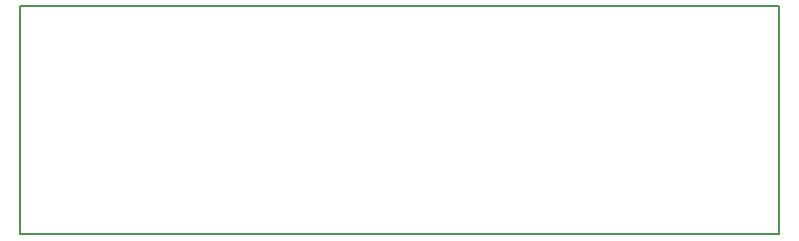
<source format=gbr>
%TF.GenerationSoftware,KiCad,Pcbnew,(6.0.6)*%
%TF.CreationDate,2022-09-08T14:41:25-07:00*%
%TF.ProjectId,L0003-Wheatstone-Bridge,4c303030-332d-4576-9865-617473746f6e,rev?*%
%TF.SameCoordinates,Original*%
%TF.FileFunction,Profile,NP*%
%FSLAX46Y46*%
G04 Gerber Fmt 4.6, Leading zero omitted, Abs format (unit mm)*
G04 Created by KiCad (PCBNEW (6.0.6)) date 2022-09-08 14:41:25*
%MOMM*%
%LPD*%
G01*
G04 APERTURE LIST*
%TA.AperFunction,Profile*%
%ADD10C,0.150000*%
%TD*%
G04 APERTURE END LIST*
D10*
X95250000Y-76200000D02*
X159512000Y-76200000D01*
X159512000Y-76200000D02*
X159512000Y-95504000D01*
X95250000Y-95504000D02*
X95250000Y-76200000D01*
X159512000Y-95504000D02*
X95250000Y-95504000D01*
M02*

</source>
